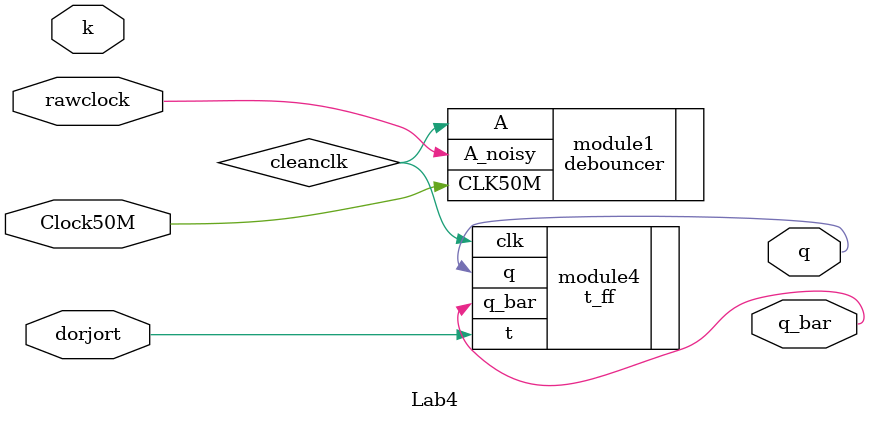
<source format=sv>
module Lab4 ( 
    input logic rawclock, //raw clock from the switch
    input logic Clock50M, //50 MHz internal clock
    input logic dorjort,    //represents d, j, and k
    input logic k,
    output logic q,
    output logic q_bar
);


logic cleanclk;

debouncer module1 (
    .A_noisy(rawclock),
    .CLK50M(Clock50M),
    .A(cleanclk)
);

// d_ff module2 (
//     .d(dorjort),
//     .clk(cleanclk),
//     .q(q),
//     .q_bar(q_bar)
// );


//jk_ff module3 (
//    .j(dorjort),
//    .k(k),
//    .clk(cleanclk),
//    .q(q),
//    .q_bar(q_bar)
//);


 t_ff module4 (
     .t(dorjort),
     .clk(cleanclk),
     .q(q),
 	.q_bar(q_bar)
 );


endmodule

</source>
